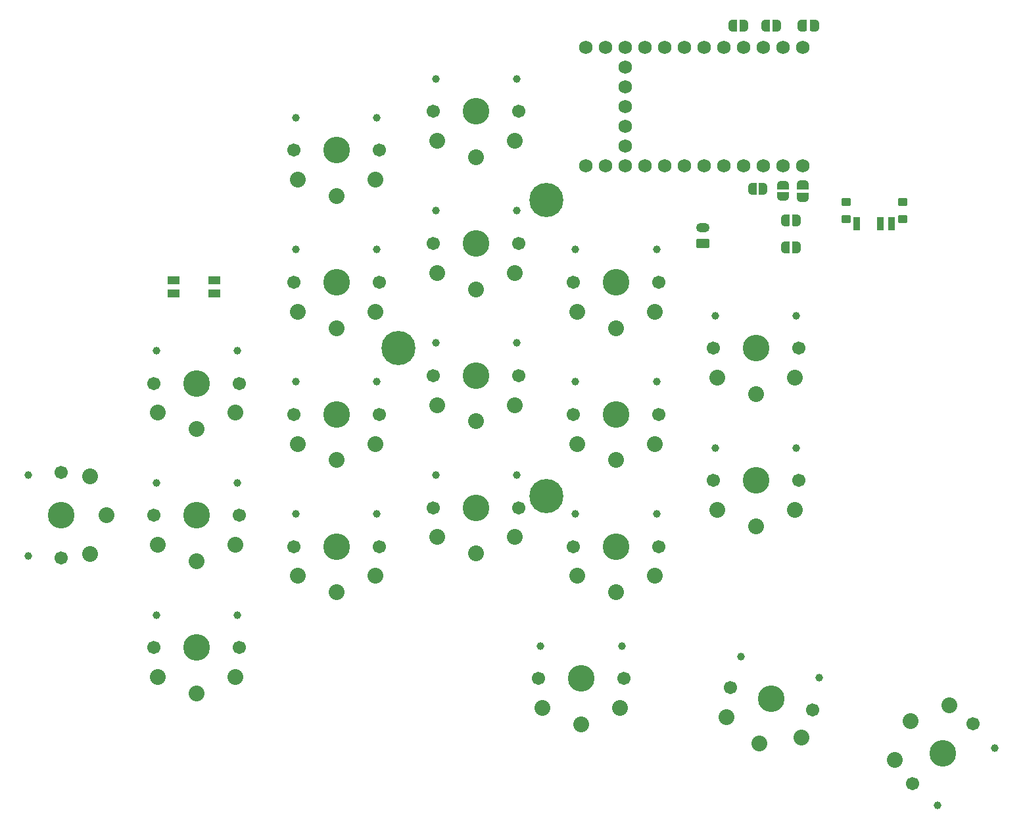
<source format=gbr>
%TF.GenerationSoftware,KiCad,Pcbnew,9.0.7*%
%TF.CreationDate,2026-01-18T21:16:20-08:00*%
%TF.ProjectId,talon_slim,74616c6f-6e5f-4736-9c69-6d2e6b696361,rev?*%
%TF.SameCoordinates,Original*%
%TF.FileFunction,Soldermask,Bot*%
%TF.FilePolarity,Negative*%
%FSLAX46Y46*%
G04 Gerber Fmt 4.6, Leading zero omitted, Abs format (unit mm)*
G04 Created by KiCad (PCBNEW 9.0.7) date 2026-01-18 21:16:20*
%MOMM*%
%LPD*%
G01*
G04 APERTURE LIST*
G04 Aperture macros list*
%AMRoundRect*
0 Rectangle with rounded corners*
0 $1 Rounding radius*
0 $2 $3 $4 $5 $6 $7 $8 $9 X,Y pos of 4 corners*
0 Add a 4 corners polygon primitive as box body*
4,1,4,$2,$3,$4,$5,$6,$7,$8,$9,$2,$3,0*
0 Add four circle primitives for the rounded corners*
1,1,$1+$1,$2,$3*
1,1,$1+$1,$4,$5*
1,1,$1+$1,$6,$7*
1,1,$1+$1,$8,$9*
0 Add four rect primitives between the rounded corners*
20,1,$1+$1,$2,$3,$4,$5,0*
20,1,$1+$1,$4,$5,$6,$7,0*
20,1,$1+$1,$6,$7,$8,$9,0*
20,1,$1+$1,$8,$9,$2,$3,0*%
%AMFreePoly0*
4,1,23,0.000000,0.745722,0.065263,0.745722,0.191342,0.711940,0.304381,0.646677,0.396677,0.554381,0.461940,0.441342,0.495722,0.315263,0.495722,0.250000,0.500000,0.250000,0.500000,-0.250000,0.495722,-0.250000,0.495722,-0.315263,0.461940,-0.441342,0.396677,-0.554381,0.304381,-0.646677,0.191342,-0.711940,0.065263,-0.745722,0.000000,-0.745722,0.000000,-0.750000,-0.500000,-0.750000,
-0.500000,0.750000,0.000000,0.750000,0.000000,0.745722,0.000000,0.745722,$1*%
%AMFreePoly1*
4,1,23,0.500000,-0.750000,0.000000,-0.750000,0.000000,-0.745722,-0.065263,-0.745722,-0.191342,-0.711940,-0.304381,-0.646677,-0.396677,-0.554381,-0.461940,-0.441342,-0.495722,-0.315263,-0.495722,-0.250000,-0.500000,-0.250000,-0.500000,0.250000,-0.495722,0.250000,-0.495722,0.315263,-0.461940,0.441342,-0.396677,0.554381,-0.304381,0.646677,-0.191342,0.711940,-0.065263,0.745722,0.000000,0.745722,
0.000000,0.750000,0.500000,0.750000,0.500000,-0.750000,0.500000,-0.750000,$1*%
G04 Aperture macros list end*
%ADD10RoundRect,0.250000X0.625000X-0.350000X0.625000X0.350000X-0.625000X0.350000X-0.625000X-0.350000X0*%
%ADD11O,1.750000X1.200000*%
%ADD12C,4.400000*%
%ADD13R,1.550000X1.000000*%
%ADD14RoundRect,0.102000X-0.350000X-0.750000X0.350000X-0.750000X0.350000X0.750000X-0.350000X0.750000X0*%
%ADD15RoundRect,0.102000X-0.500000X-0.400000X0.500000X-0.400000X0.500000X0.400000X-0.500000X0.400000X0*%
%ADD16C,1.701800*%
%ADD17C,0.990600*%
%ADD18C,3.429000*%
%ADD19C,2.032000*%
%ADD20FreePoly0,0.000000*%
%ADD21FreePoly1,0.000000*%
%ADD22FreePoly1,90.000000*%
%ADD23FreePoly0,90.000000*%
%ADD24C,1.752600*%
%ADD25FreePoly0,180.000000*%
%ADD26FreePoly1,180.000000*%
G04 APERTURE END LIST*
%TO.C,JP12*%
G36*
X154400000Y-71750000D02*
G01*
X154700000Y-71750000D01*
X154700000Y-70250000D01*
X154400000Y-70250000D01*
X154400000Y-71750000D01*
G37*
G36*
X153810000Y-71750000D02*
G01*
X154110000Y-71750000D01*
X154110000Y-70250000D01*
X153810000Y-70250000D01*
X153810000Y-71750000D01*
G37*
%TO.C,JP15*%
G36*
X158060000Y-75750000D02*
G01*
X158360000Y-75750000D01*
X158360000Y-74250000D01*
X158060000Y-74250000D01*
X158060000Y-75750000D01*
G37*
G36*
X158650000Y-75750000D02*
G01*
X158950000Y-75750000D01*
X158950000Y-74250000D01*
X158650000Y-74250000D01*
X158650000Y-75750000D01*
G37*
%TO.C,JP3*%
G36*
X158060000Y-79250000D02*
G01*
X158360000Y-79250000D01*
X158360000Y-77750000D01*
X158060000Y-77750000D01*
X158060000Y-79250000D01*
G37*
G36*
X158650000Y-79250000D02*
G01*
X158950000Y-79250000D01*
X158950000Y-77750000D01*
X158650000Y-77750000D01*
X158650000Y-79250000D01*
G37*
%TO.C,JP8*%
G36*
X160800000Y-71050000D02*
G01*
X159300000Y-71050000D01*
X159300000Y-70750000D01*
X160800000Y-70750000D01*
X160800000Y-71050000D01*
G37*
G36*
X160800000Y-71800000D02*
G01*
X159300000Y-71800000D01*
X159300000Y-71500000D01*
X160800000Y-71500000D01*
X160800000Y-71800000D01*
G37*
%TO.C,JP11*%
G36*
X158250000Y-71100000D02*
G01*
X156750000Y-71100000D01*
X156750000Y-70800000D01*
X158250000Y-70800000D01*
X158250000Y-71100000D01*
G37*
G36*
X158250000Y-71690000D02*
G01*
X156750000Y-71690000D01*
X156750000Y-71390000D01*
X158250000Y-71390000D01*
X158250000Y-71690000D01*
G37*
%TO.C,JP2*%
G36*
X161300000Y-49200000D02*
G01*
X161000000Y-49200000D01*
X161000000Y-50700000D01*
X161300000Y-50700000D01*
X161300000Y-49200000D01*
G37*
G36*
X160550000Y-49200000D02*
G01*
X160250000Y-49200000D01*
X160250000Y-50700000D01*
X160550000Y-50700000D01*
X160550000Y-49200000D01*
G37*
%TO.C,JP6*%
G36*
X156440000Y-49250000D02*
G01*
X156140000Y-49250000D01*
X156140000Y-50750000D01*
X156440000Y-50750000D01*
X156440000Y-49250000D01*
G37*
G36*
X155850000Y-49250000D02*
G01*
X155550000Y-49250000D01*
X155550000Y-50750000D01*
X155850000Y-50750000D01*
X155850000Y-49250000D01*
G37*
%TO.C,JP7*%
G36*
X151900000Y-50750000D02*
G01*
X152200000Y-50750000D01*
X152200000Y-49250000D01*
X151900000Y-49250000D01*
X151900000Y-50750000D01*
G37*
G36*
X151310000Y-50750000D02*
G01*
X151610000Y-50750000D01*
X151610000Y-49250000D01*
X151310000Y-49250000D01*
X151310000Y-50750000D01*
G37*
%TD*%
D10*
%TO.C,J1*%
X147210000Y-78000000D03*
D11*
X147210000Y-76000000D03*
%TD*%
D12*
%TO.C,REF\u002A\u002A*%
X107950000Y-91500000D03*
X127000000Y-72450000D03*
X127000000Y-110550000D03*
%TD*%
D13*
%TO.C,RESET_SW2*%
X84250000Y-82750000D03*
X79000000Y-82750000D03*
X84250000Y-84450000D03*
X79000000Y-84450000D03*
%TD*%
D14*
%TO.C,SLIDE_SW2*%
X167000000Y-75500000D03*
X170000000Y-75500000D03*
X171500000Y-75500000D03*
D15*
X165600000Y-74850000D03*
X172900000Y-74850000D03*
X165600000Y-72650000D03*
X172900000Y-72650000D03*
%TD*%
D16*
%TO.C,SW20*%
X182001627Y-139772385D03*
D17*
X184773486Y-142940223D03*
D18*
X178112540Y-143661472D03*
D17*
X177391291Y-150322418D03*
D16*
X174223453Y-147550559D03*
D19*
X173940610Y-139489542D03*
X178961068Y-137438932D03*
X171890000Y-144510000D03*
%TD*%
D16*
%TO.C,SW18*%
X126000000Y-134000000D03*
D17*
X126280000Y-129800000D03*
D18*
X131500000Y-134000000D03*
D17*
X136720000Y-129800000D03*
D16*
X137000000Y-134000000D03*
D19*
X131500000Y-139900000D03*
X126500000Y-137800000D03*
X136500000Y-137800000D03*
%TD*%
D20*
%TO.C,JP12*%
X155000000Y-71000000D03*
D21*
X153500000Y-71000000D03*
%TD*%
D19*
%TO.C,SW13*%
X159000000Y-112300000D03*
X149000000Y-112300000D03*
X154000000Y-114400000D03*
D16*
X159500000Y-108500000D03*
D17*
X159220000Y-104300000D03*
D18*
X154000000Y-108500000D03*
D17*
X148780000Y-104300000D03*
D16*
X148500000Y-108500000D03*
%TD*%
%TO.C,SW6*%
X130500000Y-83000000D03*
D17*
X130780000Y-78800000D03*
D18*
X136000000Y-83000000D03*
D17*
X141220000Y-78800000D03*
D16*
X141500000Y-83000000D03*
D19*
X136000000Y-88900000D03*
X131000000Y-86800000D03*
X141000000Y-86800000D03*
%TD*%
D16*
%TO.C,SW8*%
X64500000Y-118500000D03*
D17*
X60300000Y-118220000D03*
D18*
X64500000Y-113000000D03*
D17*
X60300000Y-107780000D03*
D16*
X64500000Y-107500000D03*
D19*
X70400000Y-113000000D03*
X68300000Y-118000000D03*
X68300000Y-108000000D03*
%TD*%
D21*
%TO.C,JP15*%
X157750000Y-75000000D03*
D20*
X159250000Y-75000000D03*
%TD*%
D21*
%TO.C,JP3*%
X157750000Y-78500000D03*
D20*
X159250000Y-78500000D03*
%TD*%
D19*
%TO.C,SW19*%
X159849259Y-141578190D03*
X150190000Y-138990000D03*
X154476110Y-142312539D03*
D16*
X161315734Y-138037082D03*
D17*
X162132315Y-133907724D03*
D18*
X156003142Y-136613577D03*
D17*
X152048049Y-131205653D03*
D16*
X150690550Y-135190072D03*
%TD*%
D19*
%TO.C,SW15*%
X105000000Y-120800000D03*
X95000000Y-120800000D03*
X100000000Y-122900000D03*
D16*
X105500000Y-117000000D03*
D17*
X105220000Y-112800000D03*
D18*
X100000000Y-117000000D03*
D17*
X94780000Y-112800000D03*
D16*
X94500000Y-117000000D03*
%TD*%
%TO.C,SW14*%
X76500000Y-130000000D03*
D17*
X76780000Y-125800000D03*
D18*
X82000000Y-130000000D03*
D17*
X87220000Y-125800000D03*
D16*
X87500000Y-130000000D03*
D19*
X82000000Y-135900000D03*
X77000000Y-133800000D03*
X87000000Y-133800000D03*
%TD*%
D16*
%TO.C,SW1*%
X94500000Y-66000000D03*
D17*
X94780000Y-61800000D03*
D18*
X100000000Y-66000000D03*
D17*
X105220000Y-61800000D03*
D16*
X105500000Y-66000000D03*
D19*
X100000000Y-71900000D03*
X95000000Y-69800000D03*
X105000000Y-69800000D03*
%TD*%
D16*
%TO.C,SW10*%
X94500000Y-100000000D03*
D17*
X94780000Y-95800000D03*
D18*
X100000000Y-100000000D03*
D17*
X105220000Y-95800000D03*
D16*
X105500000Y-100000000D03*
D19*
X100000000Y-105900000D03*
X95000000Y-103800000D03*
X105000000Y-103800000D03*
%TD*%
D16*
%TO.C,SW3*%
X76500000Y-96000000D03*
D17*
X76780000Y-91800000D03*
D18*
X82000000Y-96000000D03*
D17*
X87220000Y-91800000D03*
D16*
X87500000Y-96000000D03*
D19*
X82000000Y-101900000D03*
X77000000Y-99800000D03*
X87000000Y-99800000D03*
%TD*%
D16*
%TO.C,SW16*%
X112500000Y-112000000D03*
D17*
X112780000Y-107800000D03*
D18*
X118000000Y-112000000D03*
D17*
X123220000Y-107800000D03*
D16*
X123500000Y-112000000D03*
D19*
X118000000Y-117900000D03*
X113000000Y-115800000D03*
X123000000Y-115800000D03*
%TD*%
D16*
%TO.C,SW2*%
X112500000Y-61000000D03*
D17*
X112780000Y-56800000D03*
D18*
X118000000Y-61000000D03*
D17*
X123220000Y-56800000D03*
D16*
X123500000Y-61000000D03*
D19*
X118000000Y-66900000D03*
X113000000Y-64800000D03*
X123000000Y-64800000D03*
%TD*%
D22*
%TO.C,JP8*%
X160050000Y-72190000D03*
D23*
X160050000Y-70390000D03*
%TD*%
D22*
%TO.C,JP11*%
X157500000Y-72000000D03*
D23*
X157500000Y-70500000D03*
%TD*%
D16*
%TO.C,SW4*%
X94500000Y-83000000D03*
D17*
X94780000Y-78800000D03*
D18*
X100000000Y-83000000D03*
D17*
X105220000Y-78800000D03*
D16*
X105500000Y-83000000D03*
D19*
X100000000Y-88900000D03*
X95000000Y-86800000D03*
X105000000Y-86800000D03*
%TD*%
D16*
%TO.C,SW9*%
X76500000Y-113000000D03*
D17*
X76780000Y-108800000D03*
D18*
X82000000Y-113000000D03*
D17*
X87220000Y-108800000D03*
D16*
X87500000Y-113000000D03*
D19*
X82000000Y-118900000D03*
X77000000Y-116800000D03*
X87000000Y-116800000D03*
%TD*%
D16*
%TO.C,SW11*%
X112500000Y-95000000D03*
D17*
X112780000Y-90800000D03*
D18*
X118000000Y-95000000D03*
D17*
X123220000Y-90800000D03*
D16*
X123500000Y-95000000D03*
D19*
X118000000Y-100900000D03*
X113000000Y-98800000D03*
X123000000Y-98800000D03*
%TD*%
D16*
%TO.C,SW7*%
X148500000Y-91500000D03*
D17*
X148780000Y-87300000D03*
D18*
X154000000Y-91500000D03*
D17*
X159220000Y-87300000D03*
D16*
X159500000Y-91500000D03*
D19*
X154000000Y-97400000D03*
X149000000Y-95300000D03*
X159000000Y-95300000D03*
%TD*%
D16*
%TO.C,SW12*%
X130500000Y-100000000D03*
D17*
X130780000Y-95800000D03*
D18*
X136000000Y-100000000D03*
D17*
X141220000Y-95800000D03*
D16*
X141500000Y-100000000D03*
D19*
X136000000Y-105900000D03*
X131000000Y-103800000D03*
X141000000Y-103800000D03*
%TD*%
D16*
%TO.C,SW17*%
X130500000Y-117000000D03*
D17*
X130780000Y-112800000D03*
D18*
X136000000Y-117000000D03*
D17*
X141220000Y-112800000D03*
D16*
X141500000Y-117000000D03*
D19*
X136000000Y-122900000D03*
X131000000Y-120800000D03*
X141000000Y-120800000D03*
%TD*%
D16*
%TO.C,SW5*%
X112500000Y-78000000D03*
D17*
X112780000Y-73800000D03*
D18*
X118000000Y-78000000D03*
D17*
X123220000Y-73800000D03*
D16*
X123500000Y-78000000D03*
D19*
X118000000Y-83900000D03*
X113000000Y-81800000D03*
X123000000Y-81800000D03*
%TD*%
D24*
%TO.C,U1*%
X137220000Y-60380000D03*
X137220000Y-57840000D03*
X137220000Y-62920000D03*
X137220000Y-55300000D03*
X137220000Y-65460000D03*
X160080000Y-68000000D03*
X157540000Y-68000000D03*
X155000000Y-68000000D03*
X152460000Y-68000000D03*
X149920000Y-68000000D03*
X147380000Y-68000000D03*
X144840000Y-68000000D03*
X142300000Y-68000000D03*
X139760000Y-68000000D03*
X137220000Y-68000000D03*
X134680000Y-68000000D03*
X132140000Y-68000000D03*
X132140000Y-52760000D03*
X134680000Y-52760000D03*
X137220000Y-52760000D03*
X139760000Y-52760000D03*
X142300000Y-52760000D03*
X144840000Y-52760000D03*
X147380000Y-52760000D03*
X149920000Y-52760000D03*
X152460000Y-52760000D03*
X155000000Y-52760000D03*
X157540000Y-52760000D03*
X160080000Y-52760000D03*
%TD*%
D25*
%TO.C,JP2*%
X159890000Y-49950000D03*
D26*
X161690000Y-49950000D03*
%TD*%
D25*
%TO.C,JP6*%
X155250000Y-50000000D03*
D26*
X156750000Y-50000000D03*
%TD*%
D20*
%TO.C,JP7*%
X152500000Y-50000000D03*
D21*
X151000000Y-50000000D03*
%TD*%
M02*

</source>
